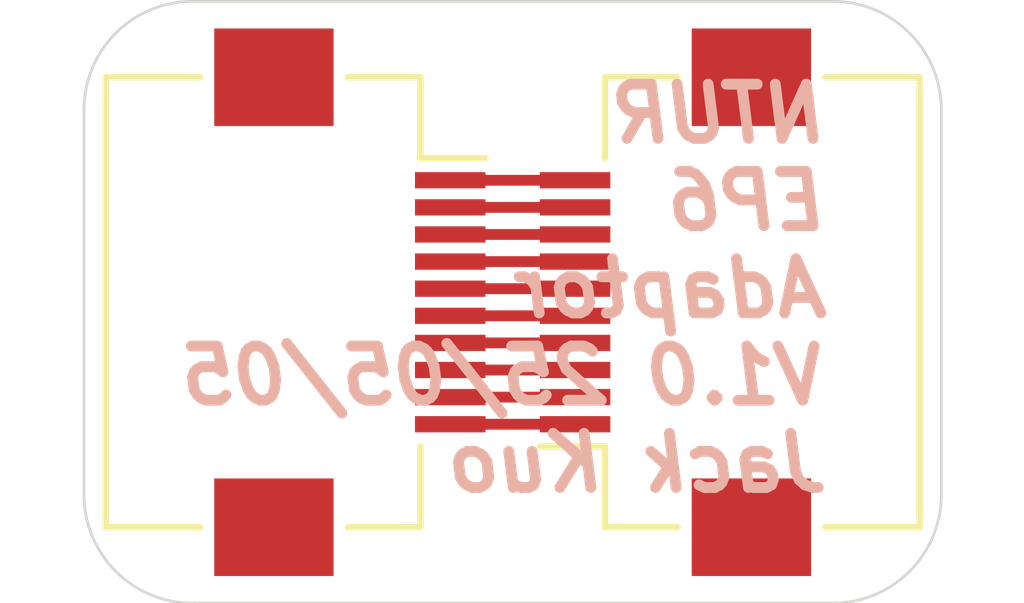
<source format=kicad_pcb>
(kicad_pcb (version 20240108) (generator "pcbnew") (generator_version "8.0")
  (title_block (title "Adaptor_FPC10P") (date "2025-05-05") (rev "1.0") (company "NTURacing") (comment 1 "Jack Kuo"))
  (layers (0 "F.Cu" signal) (31 "B.Cu" signal) (34 "B.Paste" user) (35 "F.Paste" user) (36 "B.SilkS" user "B.Silkscreen") (37 "F.SilkS" user "F.Silkscreen") (38 "B.Mask" user) (39 "F.Mask" user) (44 "Edge.Cuts" user))
  (net 0 "")
  (net 1 "Net-(J1-Pin_8)")
  (net 2 "Net-(J1-Pin_7)")
  (net 3 "Net-(J1-Pin_5)")
  (net 4 "Net-(J1-Pin_9)")
  (net 5 "Net-(J1-Pin_1)")
  (net 6 "Net-(J1-Pin_2)")
  (net 7 "Net-(J1-Pin_6)")
  (net 8 "Net-(J1-Pin_3)")
  (net 9 "Net-(J1-Pin_10)")
  (net 10 "Net-(J1-Pin_4)")
  (footprint "Connector_FFC-FPC:Hirose_FH12-10S-0.5SH_1x10-1MP_P0.50mm_Horizontal" (layer "F.Cu") (at 121 76 90)
    (property "Reference" "J3" (hide yes))
    (property "Value" "FPC10P")
    (fp_line (start 4.15 -1.3) (end 4.15 0.04) (stroke (width 0.12)) (layer "F.SilkS"))
    (fp_line (start 2.66 -1.3) (end 4.15 -1.3) (stroke (width 0.12)) (layer "F.SilkS"))
    (fp_line (start -2.66 -1.3) (end -2.66 -2.5) (stroke (width 0.12)) (layer "F.SilkS"))
    (fp_line (start -2.66 -1.3) (end -4.15 -1.3) (stroke (width 0.12)) (layer "F.SilkS"))
    (fp_line (start -4.15 -1.3) (end -4.15 0.04) (stroke (width 0.12)) (layer "F.SilkS"))
    (fp_line (start -4.15 2.76) (end -4.15 4.5) (stroke (width 0.12)) (layer "F.SilkS"))
    (fp_line (start 4.15 4.5) (end 4.15 2.76) (stroke (width 0.12)) (layer "F.SilkS"))
    (fp_line (start -4.15 4.5) (end 4.15 4.5) (stroke (width 0.12)) (layer "F.SilkS"))
    (pad "1" smd rect (at -2.25 -1.85 90) (size 0.3 1.3) (layers "F.Cu" "F.Paste" "F.Mask") (net 9 "Net-(J1-Pin_10)"))
    (pad "2" smd rect (at -1.75 -1.85 90) (size 0.3 1.3) (layers "F.Cu" "F.Paste" "F.Mask") (net 4 "Net-(J1-Pin_9)"))
    (pad "3" smd rect (at -1.25 -1.85 90) (size 0.3 1.3) (layers "F.Cu" "F.Paste" "F.Mask") (net 1 "Net-(J1-Pin_8)"))
    (pad "4" smd rect (at -0.75 -1.85 90) (size 0.3 1.3) (layers "F.Cu" "F.Paste" "F.Mask") (net 2 "Net-(J1-Pin_7)"))
    (pad "5" smd rect (at -0.25 -1.85 90) (size 0.3 1.3) (layers "F.Cu" "F.Paste" "F.Mask") (net 7 "Net-(J1-Pin_6)"))
    (pad "6" smd rect (at 0.25 -1.85 90) (size 0.3 1.3) (layers "F.Cu" "F.Paste" "F.Mask") (net 3 "Net-(J1-Pin_5)"))
    (pad "7" smd rect (at 0.75 -1.85 90) (size 0.3 1.3) (layers "F.Cu" "F.Paste" "F.Mask") (net 10 "Net-(J1-Pin_4)"))
    (pad "8" smd rect (at 1.25 -1.85 90) (size 0.3 1.3) (layers "F.Cu" "F.Paste" "F.Mask") (net 8 "Net-(J1-Pin_3)"))
    (pad "9" smd rect (at 1.75 -1.85 90) (size 0.3 1.3) (layers "F.Cu" "F.Paste" "F.Mask") (net 6 "Net-(J1-Pin_2)"))
    (pad "10" smd rect (at 2.25 -1.85 90) (size 0.3 1.3) (layers "F.Cu" "F.Paste" "F.Mask") (net 5 "Net-(J1-Pin_1)"))
    (pad "MP" smd rect (at -4.15 1.4 90) (size 1.8 2.2) (layers "F.Cu" "F.Paste" "F.Mask"))
    (pad "MP" smd rect (at 4.15 1.4 90) (size 1.8 2.2) (layers "F.Cu" "F.Paste" "F.Mask"))
  )
  (footprint "Connector_FFC-FPC:Hirose_FH12-10S-0.5SH_1x10-1MP_P0.50mm_Horizontal" (layer "F.Cu") (at 115 76 -90)
    (property "Reference" "J1" (hide yes))
    (property "Value" "FPC10P")
    (fp_line (start -4.15 4.5) (end 4.15 4.5) (stroke (width 0.12)) (layer "F.SilkS"))
    (fp_line (start 4.15 4.5) (end 4.15 2.76) (stroke (width 0.12)) (layer "F.SilkS"))
    (fp_line (start -4.15 2.76) (end -4.15 4.5) (stroke (width 0.12)) (layer "F.SilkS"))
    (fp_line (start -4.15 -1.3) (end -4.15 0.04) (stroke (width 0.12)) (layer "F.SilkS"))
    (fp_line (start -2.66 -1.3) (end -4.15 -1.3) (stroke (width 0.12)) (layer "F.SilkS"))
    (fp_line (start -2.66 -1.3) (end -2.66 -2.5) (stroke (width 0.12)) (layer "F.SilkS"))
    (fp_line (start 2.66 -1.3) (end 4.15 -1.3) (stroke (width 0.12)) (layer "F.SilkS"))
    (fp_line (start 4.15 -1.3) (end 4.15 0.04) (stroke (width 0.12)) (layer "F.SilkS"))
    (pad "1" smd rect (at -2.25 -1.85 270) (size 0.3 1.3) (layers "F.Cu" "F.Paste" "F.Mask") (net 5 "Net-(J1-Pin_1)"))
    (pad "2" smd rect (at -1.75 -1.85 270) (size 0.3 1.3) (layers "F.Cu" "F.Paste" "F.Mask") (net 6 "Net-(J1-Pin_2)"))
    (pad "3" smd rect (at -1.25 -1.85 270) (size 0.3 1.3) (layers "F.Cu" "F.Paste" "F.Mask") (net 8 "Net-(J1-Pin_3)"))
    (pad "4" smd rect (at -0.75 -1.85 270) (size 0.3 1.3) (layers "F.Cu" "F.Paste" "F.Mask") (net 10 "Net-(J1-Pin_4)"))
    (pad "5" smd rect (at -0.25 -1.85 270) (size 0.3 1.3) (layers "F.Cu" "F.Paste" "F.Mask") (net 3 "Net-(J1-Pin_5)"))
    (pad "6" smd rect (at 0.25 -1.85 270) (size 0.3 1.3) (layers "F.Cu" "F.Paste" "F.Mask") (net 7 "Net-(J1-Pin_6)"))
    (pad "7" smd rect (at 0.75 -1.85 270) (size 0.3 1.3) (layers "F.Cu" "F.Paste" "F.Mask") (net 2 "Net-(J1-Pin_7)"))
    (pad "8" smd rect (at 1.25 -1.85 270) (size 0.3 1.3) (layers "F.Cu" "F.Paste" "F.Mask") (net 1 "Net-(J1-Pin_8)"))
    (pad "9" smd rect (at 1.75 -1.85 270) (size 0.3 1.3) (layers "F.Cu" "F.Paste" "F.Mask") (net 4 "Net-(J1-Pin_9)"))
    (pad "10" smd rect (at 2.25 -1.85 270) (size 0.3 1.3) (layers "F.Cu" "F.Paste" "F.Mask") (net 9 "Net-(J1-Pin_10)"))
    (pad "MP" smd rect (at -4.15 1.4 270) (size 1.8 2.2) (layers "F.Cu" "F.Paste" "F.Mask"))
    (pad "MP" smd rect (at 4.15 1.4 270) (size 1.8 2.2) (layers "F.Cu" "F.Paste" "F.Mask"))
  )
  (gr_line (start 112.1 70.45) (end 123.9 70.45) (stroke (width 0.05)) (layer "Edge.Cuts"))
  (gr_line (start 125.9 72.45) (end 125.9 79.55) (stroke (width 0.05)) (layer "Edge.Cuts"))
  (gr_line (start 110.1 79.55) (end 110.1 72.45) (stroke (width 0.05)) (layer "Edge.Cuts"))
  (gr_arc (start 123.9 70.45) (mid 125.314214 71.035786) (end 125.9 72.45) (stroke (width 0.05)) (layer "Edge.Cuts"))
  (gr_arc (start 112.1 81.55) (mid 110.685786 80.964214) (end 110.1 79.55) (stroke (width 0.05)) (layer "Edge.Cuts"))
  (gr_arc (start 125.9 79.55) (mid 125.314214 80.964214) (end 123.9 81.55) (stroke (width 0.05)) (layer "Edge.Cuts"))
  (gr_line (start 123.9 81.55) (end 112.1 81.55) (stroke (width 0.05)) (layer "Edge.Cuts"))
  (gr_arc (start 110.1 72.45) (mid 110.685786 71.035786) (end 112.1 70.45) (stroke (width 0.05)) (layer "Edge.Cuts"))
  (gr_text "NTUR\nEP6\nAdaptor\nV1.0 25/05/05\nJack Kuo" (at 123.9 79.55 0) (layer "B.SilkS") (effects (font (size 1 1) (thickness 0.2) (bold yes) (italic yes)) (justify left bottom mirror)))
  (segment (start 116.85 77.25) (end 119.15 77.25) (width 0.2) (layer "F.Cu") (net 1))
  (segment (start 116.85 76.75) (end 119.15 76.75) (width 0.2) (layer "F.Cu") (net 2))
  (segment (start 116.85 75.75) (end 119.15 75.75) (width 0.2) (layer "F.Cu") (net 3))
  (segment (start 116.85 77.75) (end 119.15 77.75) (width 0.2) (layer "F.Cu") (net 4))
  (segment (start 116.85 73.75) (end 119.15 73.75) (width 0.2) (layer "F.Cu") (net 5))
  (segment (start 116.85 74.25) (end 119.15 74.25) (width 0.2) (layer "F.Cu") (net 6))
  (segment (start 116.85 76.25) (end 119.15 76.25) (width 0.2) (layer "F.Cu") (net 7))
  (segment (start 116.85 74.75) (end 119.15 74.75) (width 0.2) (layer "F.Cu") (net 8))
  (segment (start 116.85 78.25) (end 119.15 78.25) (width 0.2) (layer "F.Cu") (net 9))
  (segment (start 116.85 75.25) (end 119.15 75.25) (width 0.2) (layer "F.Cu") (net 10))
)
</source>
